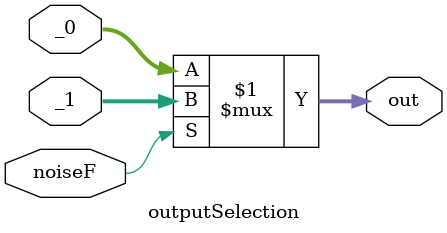
<source format=v>

`default_nettype none

module outputSelection(out, _0, _1, noiseF);
	// Parameters
	parameter DATA_WIDTH = 8;

	// Outputs
	output wire [DATA_WIDTH - 1 : 0] 	out;

	// Inputs
	input wire [DATA_WIDTH - 1 : 0] 	_0, _1;
	input wire 					noiseF;

	// Dataflow description of module
	assign out = noiseF ? _1 : _0;
endmodule

</source>
